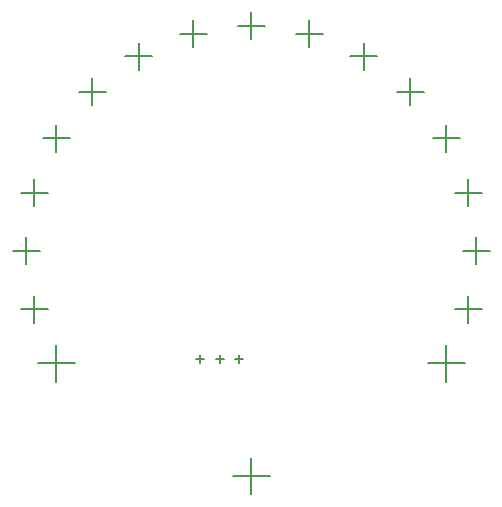
<source format=gbr>
%TF.GenerationSoftware,Altium Limited,Altium Designer,18.1.9 (240)*%
G04 Layer_Color=128*
%FSLAX26Y26*%
%MOIN*%
%TF.FileFunction,Drillmap*%
%TF.Part,Single*%
G01*
G75*
%TA.AperFunction,NonConductor*%
%ADD35C,0.005000*%
D35*
X679000Y194000D02*
X769000D01*
X724000Y149000D02*
Y239000D01*
X-769000Y-194000D02*
X-679000D01*
X-724000Y-239000D02*
Y-149000D01*
X705000Y0D02*
X795000D01*
X750000Y-45000D02*
Y45000D01*
X-795000Y0D02*
X-705000D01*
X-750000Y-45000D02*
Y45000D01*
X679000Y-194000D02*
X769000D01*
X724000Y-239000D02*
Y-149000D01*
X330000Y649500D02*
X420000D01*
X375000Y604500D02*
Y694500D01*
X149000Y724000D02*
X239000D01*
X194000Y679000D02*
Y769000D01*
X-45000Y750000D02*
X45000D01*
X0Y705000D02*
Y795000D01*
X-239000Y724000D02*
X-149000D01*
X-194000Y679000D02*
Y769000D01*
X-420000Y649500D02*
X-330000D01*
X-375000Y604500D02*
Y694500D01*
X-575000Y530000D02*
X-485000D01*
X-530000Y485000D02*
Y575000D01*
X-694500Y375000D02*
X-604500D01*
X-649500Y330000D02*
Y420000D01*
X-769000Y194000D02*
X-679000D01*
X-724000Y149000D02*
Y239000D01*
X485000Y530000D02*
X575000D01*
X530000Y485000D02*
Y575000D01*
X605000Y375000D02*
X695000D01*
X650000Y330000D02*
Y420000D01*
X-184000Y-360000D02*
X-156000D01*
X-170000Y-374000D02*
Y-346000D01*
X-119000Y-360000D02*
X-91000D01*
X-105000Y-374000D02*
Y-346000D01*
X-54000Y-360000D02*
X-26000D01*
X-40000Y-374000D02*
Y-346000D01*
X-61024Y-750000D02*
X61024D01*
X0Y-811024D02*
Y-688976D01*
X588976Y-375000D02*
X711024D01*
X650000Y-436024D02*
Y-313976D01*
X-710524Y-375000D02*
X-588476D01*
X-649500Y-436024D02*
Y-313976D01*
%TF.MD5,9c0cdeeadb9b2c28c689fda4dbb386c0*%
M02*

</source>
